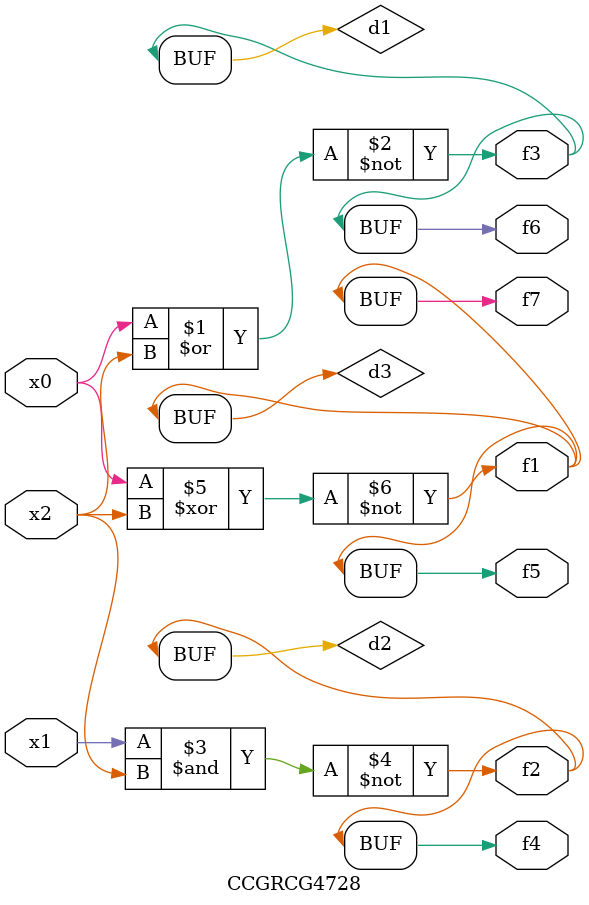
<source format=v>
module CCGRCG4728(
	input x0, x1, x2,
	output f1, f2, f3, f4, f5, f6, f7
);

	wire d1, d2, d3;

	nor (d1, x0, x2);
	nand (d2, x1, x2);
	xnor (d3, x0, x2);
	assign f1 = d3;
	assign f2 = d2;
	assign f3 = d1;
	assign f4 = d2;
	assign f5 = d3;
	assign f6 = d1;
	assign f7 = d3;
endmodule

</source>
